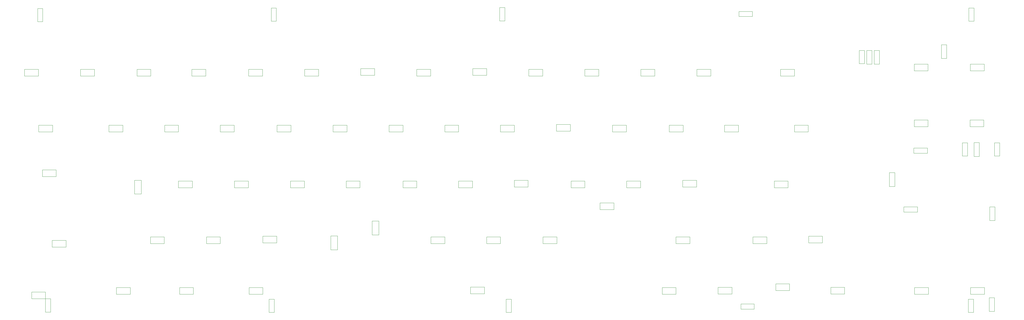
<source format=gbr>
G04 #@! TF.GenerationSoftware,KiCad,Pcbnew,(5.0.2)-1*
G04 #@! TF.CreationDate,2019-03-25T23:00:56+03:00*
G04 #@! TF.ProjectId,Mechanical Keyboard,4d656368-616e-4696-9361-6c204b657962,rev?*
G04 #@! TF.SameCoordinates,Original*
G04 #@! TF.FileFunction,Other,User*
%FSLAX46Y46*%
G04 Gerber Fmt 4.6, Leading zero omitted, Abs format (unit mm)*
G04 Created by KiCad (PCBNEW (5.0.2)-1) date 25.03.2019 23:00:56*
%MOMM*%
%LPD*%
G01*
G04 APERTURE LIST*
%ADD10C,0.050000*%
G04 APERTURE END LIST*
D10*
G04 #@! TO.C,C101*
X368375219Y-79782015D02*
X368375219Y-84282015D01*
X368375219Y-79782015D02*
X370125219Y-79782015D01*
X370125219Y-84282015D02*
X368375219Y-84282015D01*
X370125219Y-84282015D02*
X370125219Y-79782015D01*
G04 #@! TO.C,D57*
X285306000Y-122054000D02*
X290006000Y-122054000D01*
X290006000Y-122054000D02*
X290006000Y-119754000D01*
X290006000Y-119754000D02*
X285306000Y-119754000D01*
X285306000Y-122054000D02*
X285306000Y-119754000D01*
G04 #@! TO.C,D52*
X266510000Y-122054000D02*
X271210000Y-122054000D01*
X271210000Y-122054000D02*
X271210000Y-119754000D01*
X271210000Y-119754000D02*
X266510000Y-119754000D01*
X266510000Y-122054000D02*
X266510000Y-119754000D01*
G04 #@! TO.C,D43*
X228156000Y-121800000D02*
X232856000Y-121800000D01*
X232856000Y-121800000D02*
X232856000Y-119500000D01*
X232856000Y-119500000D02*
X228156000Y-119500000D01*
X228156000Y-121800000D02*
X228156000Y-119500000D01*
G04 #@! TO.C,D35*
X190182000Y-122054000D02*
X194882000Y-122054000D01*
X194882000Y-122054000D02*
X194882000Y-119754000D01*
X194882000Y-119754000D02*
X190182000Y-119754000D01*
X190182000Y-122054000D02*
X190182000Y-119754000D01*
G04 #@! TO.C,D22*
X133160000Y-122054000D02*
X137860000Y-122054000D01*
X137860000Y-122054000D02*
X137860000Y-119754000D01*
X137860000Y-119754000D02*
X133160000Y-119754000D01*
X133160000Y-122054000D02*
X133160000Y-119754000D01*
G04 #@! TO.C,D1*
X47308000Y-103004000D02*
X52008000Y-103004000D01*
X52008000Y-103004000D02*
X52008000Y-100704000D01*
X52008000Y-100704000D02*
X47308000Y-100704000D01*
X47308000Y-103004000D02*
X47308000Y-100704000D01*
G04 #@! TO.C,D2*
X52134000Y-122054000D02*
X56834000Y-122054000D01*
X56834000Y-122054000D02*
X56834000Y-119754000D01*
X56834000Y-119754000D02*
X52134000Y-119754000D01*
X52134000Y-122054000D02*
X52134000Y-119754000D01*
G04 #@! TO.C,D3*
X53360000Y-137280000D02*
X58060000Y-137280000D01*
X58060000Y-137280000D02*
X58060000Y-134980000D01*
X58060000Y-134980000D02*
X53360000Y-134980000D01*
X53360000Y-137280000D02*
X53360000Y-134980000D01*
G04 #@! TO.C,D4*
X56690000Y-161350000D02*
X61390000Y-161350000D01*
X61390000Y-161350000D02*
X61390000Y-159050000D01*
X61390000Y-159050000D02*
X56690000Y-159050000D01*
X56690000Y-161350000D02*
X56690000Y-159050000D01*
G04 #@! TO.C,D5*
X49720000Y-178950000D02*
X54420000Y-178950000D01*
X54420000Y-178950000D02*
X54420000Y-176650000D01*
X54420000Y-176650000D02*
X49720000Y-176650000D01*
X49720000Y-178950000D02*
X49720000Y-176650000D01*
G04 #@! TO.C,D6*
X66356000Y-103004000D02*
X71056000Y-103004000D01*
X71056000Y-103004000D02*
X71056000Y-100704000D01*
X71056000Y-100704000D02*
X66356000Y-100704000D01*
X66356000Y-103004000D02*
X66356000Y-100704000D01*
G04 #@! TO.C,D7*
X76010000Y-122054000D02*
X80710000Y-122054000D01*
X80710000Y-122054000D02*
X80710000Y-119754000D01*
X80710000Y-119754000D02*
X76010000Y-119754000D01*
X76010000Y-122054000D02*
X76010000Y-119754000D01*
G04 #@! TO.C,D8*
X86980000Y-143260000D02*
X86980000Y-138560000D01*
X86980000Y-138560000D02*
X84680000Y-138560000D01*
X84680000Y-138560000D02*
X84680000Y-143260000D01*
X86980000Y-143260000D02*
X84680000Y-143260000D01*
G04 #@! TO.C,D9*
X90106000Y-160154000D02*
X94806000Y-160154000D01*
X94806000Y-160154000D02*
X94806000Y-157854000D01*
X94806000Y-157854000D02*
X90106000Y-157854000D01*
X90106000Y-160154000D02*
X90106000Y-157854000D01*
G04 #@! TO.C,D10*
X83248000Y-175126000D02*
X78548000Y-175126000D01*
X78548000Y-175126000D02*
X78548000Y-177426000D01*
X78548000Y-177426000D02*
X83248000Y-177426000D01*
X83248000Y-175126000D02*
X83248000Y-177426000D01*
G04 #@! TO.C,D11*
X85534000Y-103004000D02*
X90234000Y-103004000D01*
X90234000Y-103004000D02*
X90234000Y-100704000D01*
X90234000Y-100704000D02*
X85534000Y-100704000D01*
X85534000Y-103004000D02*
X85534000Y-100704000D01*
G04 #@! TO.C,D12*
X94932000Y-122054000D02*
X99632000Y-122054000D01*
X99632000Y-122054000D02*
X99632000Y-119754000D01*
X99632000Y-119754000D02*
X94932000Y-119754000D01*
X94932000Y-122054000D02*
X94932000Y-119754000D01*
G04 #@! TO.C,D13*
X99632000Y-141104000D02*
X104332000Y-141104000D01*
X104332000Y-141104000D02*
X104332000Y-138804000D01*
X104332000Y-138804000D02*
X99632000Y-138804000D01*
X99632000Y-141104000D02*
X99632000Y-138804000D01*
G04 #@! TO.C,D14*
X109156000Y-160154000D02*
X113856000Y-160154000D01*
X113856000Y-160154000D02*
X113856000Y-157854000D01*
X113856000Y-157854000D02*
X109156000Y-157854000D01*
X109156000Y-160154000D02*
X109156000Y-157854000D01*
G04 #@! TO.C,D15*
X104712000Y-175126000D02*
X100012000Y-175126000D01*
X100012000Y-175126000D02*
X100012000Y-177426000D01*
X100012000Y-177426000D02*
X104712000Y-177426000D01*
X104712000Y-175126000D02*
X104712000Y-177426000D01*
G04 #@! TO.C,D16*
X104202000Y-103004000D02*
X108902000Y-103004000D01*
X108902000Y-103004000D02*
X108902000Y-100704000D01*
X108902000Y-100704000D02*
X104202000Y-100704000D01*
X104202000Y-103004000D02*
X104202000Y-100704000D01*
G04 #@! TO.C,D17*
X113854000Y-122054000D02*
X118554000Y-122054000D01*
X118554000Y-122054000D02*
X118554000Y-119754000D01*
X118554000Y-119754000D02*
X113854000Y-119754000D01*
X113854000Y-122054000D02*
X113854000Y-119754000D01*
G04 #@! TO.C,D18*
X118682000Y-141104000D02*
X123382000Y-141104000D01*
X123382000Y-141104000D02*
X123382000Y-138804000D01*
X123382000Y-138804000D02*
X118682000Y-138804000D01*
X118682000Y-141104000D02*
X118682000Y-138804000D01*
G04 #@! TO.C,D19*
X128334000Y-159900000D02*
X133034000Y-159900000D01*
X133034000Y-159900000D02*
X133034000Y-157600000D01*
X133034000Y-157600000D02*
X128334000Y-157600000D01*
X128334000Y-159900000D02*
X128334000Y-157600000D01*
G04 #@! TO.C,D20*
X128334000Y-175126000D02*
X123634000Y-175126000D01*
X123634000Y-175126000D02*
X123634000Y-177426000D01*
X123634000Y-177426000D02*
X128334000Y-177426000D01*
X128334000Y-175126000D02*
X128334000Y-177426000D01*
G04 #@! TO.C,D21*
X123508000Y-103004000D02*
X128208000Y-103004000D01*
X128208000Y-103004000D02*
X128208000Y-100704000D01*
X128208000Y-100704000D02*
X123508000Y-100704000D01*
X123508000Y-103004000D02*
X123508000Y-100704000D01*
G04 #@! TO.C,D23*
X137732000Y-141104000D02*
X142432000Y-141104000D01*
X142432000Y-141104000D02*
X142432000Y-138804000D01*
X142432000Y-138804000D02*
X137732000Y-138804000D01*
X137732000Y-141104000D02*
X137732000Y-138804000D01*
G04 #@! TO.C,D24*
X153710000Y-162250000D02*
X153710000Y-157550000D01*
X153710000Y-157550000D02*
X151410000Y-157550000D01*
X151410000Y-157550000D02*
X151410000Y-162250000D01*
X153710000Y-162250000D02*
X151410000Y-162250000D01*
G04 #@! TO.C,D25*
X203646000Y-174976000D02*
X198946000Y-174976000D01*
X198946000Y-174976000D02*
X198946000Y-177276000D01*
X198946000Y-177276000D02*
X203646000Y-177276000D01*
X203646000Y-174976000D02*
X203646000Y-177276000D01*
G04 #@! TO.C,D26*
X142558000Y-103004000D02*
X147258000Y-103004000D01*
X147258000Y-103004000D02*
X147258000Y-100704000D01*
X147258000Y-100704000D02*
X142558000Y-100704000D01*
X142558000Y-103004000D02*
X142558000Y-100704000D01*
G04 #@! TO.C,D27*
X152210000Y-122054000D02*
X156910000Y-122054000D01*
X156910000Y-122054000D02*
X156910000Y-119754000D01*
X156910000Y-119754000D02*
X152210000Y-119754000D01*
X152210000Y-122054000D02*
X152210000Y-119754000D01*
G04 #@! TO.C,D28*
X156654000Y-141104000D02*
X161354000Y-141104000D01*
X161354000Y-141104000D02*
X161354000Y-138804000D01*
X161354000Y-138804000D02*
X156654000Y-138804000D01*
X156654000Y-141104000D02*
X156654000Y-138804000D01*
G04 #@! TO.C,D29*
X165474000Y-152464000D02*
X165474000Y-157164000D01*
X165474000Y-157164000D02*
X167774000Y-157164000D01*
X167774000Y-157164000D02*
X167774000Y-152464000D01*
X165474000Y-152464000D02*
X167774000Y-152464000D01*
G04 #@! TO.C,D30*
X161608000Y-102750000D02*
X166308000Y-102750000D01*
X166308000Y-102750000D02*
X166308000Y-100450000D01*
X166308000Y-100450000D02*
X161608000Y-100450000D01*
X161608000Y-102750000D02*
X161608000Y-100450000D01*
G04 #@! TO.C,D31*
X171260000Y-122054000D02*
X175960000Y-122054000D01*
X175960000Y-122054000D02*
X175960000Y-119754000D01*
X175960000Y-119754000D02*
X171260000Y-119754000D01*
X171260000Y-122054000D02*
X171260000Y-119754000D01*
G04 #@! TO.C,D32*
X175958000Y-141104000D02*
X180658000Y-141104000D01*
X180658000Y-141104000D02*
X180658000Y-138804000D01*
X180658000Y-138804000D02*
X175958000Y-138804000D01*
X175958000Y-141104000D02*
X175958000Y-138804000D01*
G04 #@! TO.C,D33*
X185484000Y-160154000D02*
X190184000Y-160154000D01*
X190184000Y-160154000D02*
X190184000Y-157854000D01*
X190184000Y-157854000D02*
X185484000Y-157854000D01*
X185484000Y-160154000D02*
X185484000Y-157854000D01*
G04 #@! TO.C,D34*
X180658000Y-103004000D02*
X185358000Y-103004000D01*
X185358000Y-103004000D02*
X185358000Y-100704000D01*
X185358000Y-100704000D02*
X180658000Y-100704000D01*
X180658000Y-103004000D02*
X180658000Y-100704000D01*
G04 #@! TO.C,D36*
X194882000Y-141104000D02*
X199582000Y-141104000D01*
X199582000Y-141104000D02*
X199582000Y-138804000D01*
X199582000Y-138804000D02*
X194882000Y-138804000D01*
X194882000Y-141104000D02*
X194882000Y-138804000D01*
G04 #@! TO.C,D37*
X204406000Y-160154000D02*
X209106000Y-160154000D01*
X209106000Y-160154000D02*
X209106000Y-157854000D01*
X209106000Y-157854000D02*
X204406000Y-157854000D01*
X204406000Y-160154000D02*
X204406000Y-157854000D01*
G04 #@! TO.C,D38*
X199708000Y-102750000D02*
X204408000Y-102750000D01*
X204408000Y-102750000D02*
X204408000Y-100450000D01*
X204408000Y-100450000D02*
X199708000Y-100450000D01*
X199708000Y-102750000D02*
X199708000Y-100450000D01*
G04 #@! TO.C,D39*
X209106000Y-122054000D02*
X213806000Y-122054000D01*
X213806000Y-122054000D02*
X213806000Y-119754000D01*
X213806000Y-119754000D02*
X209106000Y-119754000D01*
X209106000Y-122054000D02*
X209106000Y-119754000D01*
G04 #@! TO.C,D40*
X213804000Y-140850000D02*
X218504000Y-140850000D01*
X218504000Y-140850000D02*
X218504000Y-138550000D01*
X218504000Y-138550000D02*
X213804000Y-138550000D01*
X213804000Y-140850000D02*
X213804000Y-138550000D01*
G04 #@! TO.C,D41*
X223584000Y-160154000D02*
X228284000Y-160154000D01*
X228284000Y-160154000D02*
X228284000Y-157854000D01*
X228284000Y-157854000D02*
X223584000Y-157854000D01*
X223584000Y-160154000D02*
X223584000Y-157854000D01*
G04 #@! TO.C,D42*
X218758000Y-103004000D02*
X223458000Y-103004000D01*
X223458000Y-103004000D02*
X223458000Y-100704000D01*
X223458000Y-100704000D02*
X218758000Y-100704000D01*
X218758000Y-103004000D02*
X218758000Y-100704000D01*
G04 #@! TO.C,D44*
X233108000Y-141104000D02*
X237808000Y-141104000D01*
X237808000Y-141104000D02*
X237808000Y-138804000D01*
X237808000Y-138804000D02*
X233108000Y-138804000D01*
X233108000Y-141104000D02*
X233108000Y-138804000D01*
G04 #@! TO.C,D45*
X242970000Y-148540000D02*
X247670000Y-148540000D01*
X247670000Y-148540000D02*
X247670000Y-146240000D01*
X247670000Y-146240000D02*
X242970000Y-146240000D01*
X242970000Y-148540000D02*
X242970000Y-146240000D01*
G04 #@! TO.C,D46*
X237808000Y-103004000D02*
X242508000Y-103004000D01*
X242508000Y-103004000D02*
X242508000Y-100704000D01*
X242508000Y-100704000D02*
X237808000Y-100704000D01*
X237808000Y-103004000D02*
X237808000Y-100704000D01*
G04 #@! TO.C,D47*
X247206000Y-122054000D02*
X251906000Y-122054000D01*
X251906000Y-122054000D02*
X251906000Y-119754000D01*
X251906000Y-119754000D02*
X247206000Y-119754000D01*
X247206000Y-122054000D02*
X247206000Y-119754000D01*
G04 #@! TO.C,D48*
X252032000Y-141104000D02*
X256732000Y-141104000D01*
X256732000Y-141104000D02*
X256732000Y-138804000D01*
X256732000Y-138804000D02*
X252032000Y-138804000D01*
X252032000Y-141104000D02*
X252032000Y-138804000D01*
G04 #@! TO.C,D49*
X268796000Y-160154000D02*
X273496000Y-160154000D01*
X273496000Y-160154000D02*
X273496000Y-157854000D01*
X273496000Y-157854000D02*
X268796000Y-157854000D01*
X268796000Y-160154000D02*
X268796000Y-157854000D01*
G04 #@! TO.C,D50*
X268796000Y-175126000D02*
X264096000Y-175126000D01*
X264096000Y-175126000D02*
X264096000Y-177426000D01*
X264096000Y-177426000D02*
X268796000Y-177426000D01*
X268796000Y-175126000D02*
X268796000Y-177426000D01*
G04 #@! TO.C,D51*
X256858000Y-103004000D02*
X261558000Y-103004000D01*
X261558000Y-103004000D02*
X261558000Y-100704000D01*
X261558000Y-100704000D02*
X256858000Y-100704000D01*
X256858000Y-103004000D02*
X256858000Y-100704000D01*
G04 #@! TO.C,D53*
X271082000Y-140850000D02*
X275782000Y-140850000D01*
X275782000Y-140850000D02*
X275782000Y-138550000D01*
X275782000Y-138550000D02*
X271082000Y-138550000D01*
X271082000Y-140850000D02*
X271082000Y-138550000D01*
G04 #@! TO.C,D54*
X294958000Y-160154000D02*
X299658000Y-160154000D01*
X299658000Y-160154000D02*
X299658000Y-157854000D01*
X299658000Y-157854000D02*
X294958000Y-157854000D01*
X294958000Y-160154000D02*
X294958000Y-157854000D01*
G04 #@! TO.C,D55*
X287820000Y-175080000D02*
X283120000Y-175080000D01*
X283120000Y-175080000D02*
X283120000Y-177380000D01*
X283120000Y-177380000D02*
X287820000Y-177380000D01*
X287820000Y-175080000D02*
X287820000Y-177380000D01*
G04 #@! TO.C,D56*
X275908000Y-103004000D02*
X280608000Y-103004000D01*
X280608000Y-103004000D02*
X280608000Y-100704000D01*
X280608000Y-100704000D02*
X275908000Y-100704000D01*
X275908000Y-103004000D02*
X275908000Y-100704000D01*
G04 #@! TO.C,D58*
X302196000Y-141104000D02*
X306896000Y-141104000D01*
X306896000Y-141104000D02*
X306896000Y-138804000D01*
X306896000Y-138804000D02*
X302196000Y-138804000D01*
X302196000Y-141104000D02*
X302196000Y-138804000D01*
G04 #@! TO.C,D59*
X313880000Y-159900000D02*
X318580000Y-159900000D01*
X318580000Y-159900000D02*
X318580000Y-157600000D01*
X318580000Y-157600000D02*
X313880000Y-157600000D01*
X313880000Y-159900000D02*
X313880000Y-157600000D01*
G04 #@! TO.C,D60*
X307404000Y-173856000D02*
X302704000Y-173856000D01*
X302704000Y-173856000D02*
X302704000Y-176156000D01*
X302704000Y-176156000D02*
X307404000Y-176156000D01*
X307404000Y-173856000D02*
X307404000Y-176156000D01*
G04 #@! TO.C,D61*
X304356000Y-103004000D02*
X309056000Y-103004000D01*
X309056000Y-103004000D02*
X309056000Y-100704000D01*
X309056000Y-100704000D02*
X304356000Y-100704000D01*
X304356000Y-103004000D02*
X304356000Y-100704000D01*
G04 #@! TO.C,D62*
X309054000Y-122054000D02*
X313754000Y-122054000D01*
X313754000Y-122054000D02*
X313754000Y-119754000D01*
X313754000Y-119754000D02*
X309054000Y-119754000D01*
X309054000Y-122054000D02*
X309054000Y-119754000D01*
G04 #@! TO.C,D63*
X354500000Y-98960000D02*
X349800000Y-98960000D01*
X349800000Y-98960000D02*
X349800000Y-101260000D01*
X349800000Y-101260000D02*
X354500000Y-101260000D01*
X354500000Y-98960000D02*
X354500000Y-101260000D01*
G04 #@! TO.C,D64*
X354500000Y-117970000D02*
X349800000Y-117970000D01*
X349800000Y-117970000D02*
X349800000Y-120270000D01*
X349800000Y-120270000D02*
X354500000Y-120270000D01*
X354500000Y-117970000D02*
X354500000Y-120270000D01*
G04 #@! TO.C,D65*
X326100000Y-175040000D02*
X321400000Y-175040000D01*
X321400000Y-175040000D02*
X321400000Y-177340000D01*
X321400000Y-177340000D02*
X326100000Y-177340000D01*
X326100000Y-175040000D02*
X326100000Y-177340000D01*
G04 #@! TO.C,D66*
X373570000Y-98930000D02*
X368870000Y-98930000D01*
X368870000Y-98930000D02*
X368870000Y-101230000D01*
X368870000Y-101230000D02*
X373570000Y-101230000D01*
X373570000Y-98930000D02*
X373570000Y-101230000D01*
G04 #@! TO.C,D67*
X373430000Y-118000000D02*
X368730000Y-118000000D01*
X368730000Y-118000000D02*
X368730000Y-120300000D01*
X368730000Y-120300000D02*
X373430000Y-120300000D01*
X373430000Y-118000000D02*
X373430000Y-120300000D01*
G04 #@! TO.C,D68*
X354610000Y-175130000D02*
X349910000Y-175130000D01*
X349910000Y-175130000D02*
X349910000Y-177430000D01*
X349910000Y-177430000D02*
X354610000Y-177430000D01*
X354610000Y-175130000D02*
X354610000Y-177430000D01*
G04 #@! TO.C,D69*
X373640000Y-175100000D02*
X368940000Y-175100000D01*
X368940000Y-175100000D02*
X368940000Y-177400000D01*
X368940000Y-177400000D02*
X373640000Y-177400000D01*
X373640000Y-175100000D02*
X373640000Y-177400000D01*
G04 #@! TO.C,C1*
X367910000Y-130286000D02*
X367910000Y-125786000D01*
X367910000Y-130286000D02*
X366160000Y-130286000D01*
X366160000Y-125786000D02*
X367910000Y-125786000D01*
X366160000Y-125786000D02*
X366160000Y-130286000D01*
G04 #@! TO.C,C4*
X377072000Y-125746000D02*
X377072000Y-130246000D01*
X377072000Y-125746000D02*
X378822000Y-125746000D01*
X378822000Y-130246000D02*
X377072000Y-130246000D01*
X378822000Y-130246000D02*
X378822000Y-125746000D01*
G04 #@! TO.C,C6*
X331098000Y-94250000D02*
X331098000Y-98750000D01*
X331098000Y-94250000D02*
X332848000Y-94250000D01*
X332848000Y-98750000D02*
X331098000Y-98750000D01*
X332848000Y-98750000D02*
X332848000Y-94250000D01*
G04 #@! TO.C,C102*
X290235457Y-82717024D02*
X294735457Y-82717024D01*
X290235457Y-82717024D02*
X290235457Y-80967024D01*
X294735457Y-80967024D02*
X294735457Y-82717024D01*
X294735457Y-80967024D02*
X290235457Y-80967024D01*
G04 #@! TO.C,C103*
X208871411Y-79666023D02*
X208871411Y-84166023D01*
X208871411Y-79666023D02*
X210621411Y-79666023D01*
X210621411Y-84166023D02*
X208871411Y-84166023D01*
X210621411Y-84166023D02*
X210621411Y-79666023D01*
G04 #@! TO.C,C104*
X131157258Y-79814742D02*
X131157258Y-84314742D01*
X131157258Y-79814742D02*
X132907258Y-79814742D01*
X132907258Y-84314742D02*
X131157258Y-84314742D01*
X132907258Y-84314742D02*
X132907258Y-79814742D01*
G04 #@! TO.C,C105*
X51759065Y-79958126D02*
X51759065Y-84458126D01*
X51759065Y-79958126D02*
X53509065Y-79958126D01*
X53509065Y-84458126D02*
X51759065Y-84458126D01*
X53509065Y-84458126D02*
X53509065Y-79958126D01*
G04 #@! TO.C,C106*
X56144689Y-183488132D02*
X56144689Y-178988132D01*
X56144689Y-183488132D02*
X54394689Y-183488132D01*
X54394689Y-178988132D02*
X56144689Y-178988132D01*
X54394689Y-178988132D02*
X54394689Y-183488132D01*
G04 #@! TO.C,C107*
X132198000Y-183606000D02*
X132198000Y-179106000D01*
X132198000Y-183606000D02*
X130448000Y-183606000D01*
X130448000Y-179106000D02*
X132198000Y-179106000D01*
X130448000Y-179106000D02*
X130448000Y-183606000D01*
G04 #@! TO.C,C108*
X212800000Y-183596000D02*
X212800000Y-179096000D01*
X212800000Y-183596000D02*
X211050000Y-183596000D01*
X211050000Y-179096000D02*
X212800000Y-179096000D01*
X211050000Y-179096000D02*
X211050000Y-183596000D01*
G04 #@! TO.C,C109*
X290846000Y-182490000D02*
X295346000Y-182490000D01*
X290846000Y-182490000D02*
X290846000Y-180740000D01*
X295346000Y-180740000D02*
X295346000Y-182490000D01*
X295346000Y-180740000D02*
X290846000Y-180740000D01*
G04 #@! TO.C,C110*
X369942000Y-183606000D02*
X369942000Y-179106000D01*
X369942000Y-183606000D02*
X368192000Y-183606000D01*
X368192000Y-179106000D02*
X369942000Y-179106000D01*
X368192000Y-179106000D02*
X368192000Y-183606000D01*
G04 #@! TO.C,R1*
X349596200Y-129373200D02*
X354296200Y-129373200D01*
X349596200Y-129373200D02*
X349596200Y-127573200D01*
X354296200Y-127573200D02*
X354296200Y-129373200D01*
X354296200Y-127573200D02*
X349596200Y-127573200D01*
G04 #@! TO.C,R2*
X337958000Y-98950000D02*
X337958000Y-94250000D01*
X337958000Y-98950000D02*
X336158000Y-98950000D01*
X336158000Y-94250000D02*
X337958000Y-94250000D01*
X336158000Y-94250000D02*
X336158000Y-98950000D01*
G04 #@! TO.C,R3*
X335418000Y-98950000D02*
X335418000Y-94250000D01*
X335418000Y-98950000D02*
X333618000Y-98950000D01*
X333618000Y-94250000D02*
X335418000Y-94250000D01*
X333618000Y-94250000D02*
X333618000Y-98950000D01*
G04 #@! TO.C,R5*
X370130500Y-125713000D02*
X370130500Y-130413000D01*
X370130500Y-125713000D02*
X371930500Y-125713000D01*
X371930500Y-130413000D02*
X370130500Y-130413000D01*
X371930500Y-130413000D02*
X371930500Y-125713000D01*
G04 #@! TO.C,R6*
X377264500Y-152290000D02*
X377264500Y-147590000D01*
X377264500Y-152290000D02*
X375464500Y-152290000D01*
X375464500Y-147590000D02*
X377264500Y-147590000D01*
X375464500Y-147590000D02*
X375464500Y-152290000D01*
G04 #@! TO.C,R7*
X360818000Y-97012000D02*
X360818000Y-92312000D01*
X360818000Y-97012000D02*
X359018000Y-97012000D01*
X359018000Y-92312000D02*
X360818000Y-92312000D01*
X359018000Y-92312000D02*
X359018000Y-97012000D01*
G04 #@! TO.C,R8*
X343165000Y-140653000D02*
X343165000Y-135953000D01*
X343165000Y-140653000D02*
X341365000Y-140653000D01*
X341365000Y-135953000D02*
X343165000Y-135953000D01*
X341365000Y-135953000D02*
X341365000Y-140653000D01*
G04 #@! TO.C,R11*
X346218000Y-149388400D02*
X350918000Y-149388400D01*
X346218000Y-149388400D02*
X346218000Y-147588400D01*
X350918000Y-147588400D02*
X350918000Y-149388400D01*
X350918000Y-147588400D02*
X346218000Y-147588400D01*
G04 #@! TO.C,R100*
X375274000Y-178578000D02*
X375274000Y-183278000D01*
X375274000Y-178578000D02*
X377074000Y-178578000D01*
X377074000Y-183278000D02*
X375274000Y-183278000D01*
X377074000Y-183278000D02*
X377074000Y-178578000D01*
G04 #@! TD*
M02*

</source>
